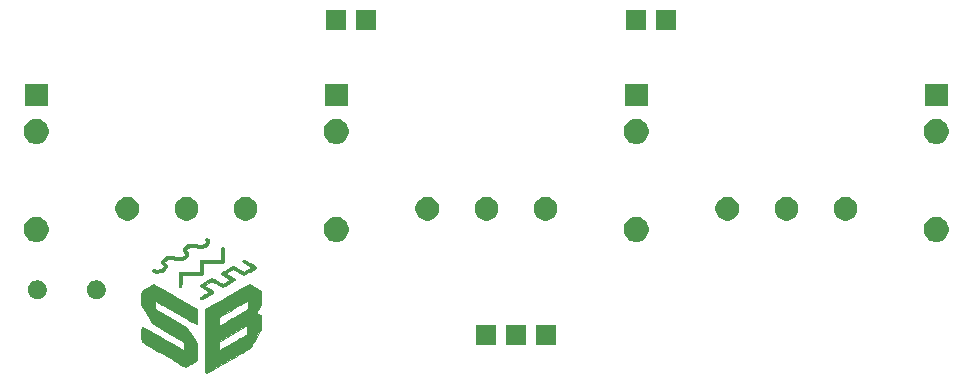
<source format=gbr>
G04 #@! TF.GenerationSoftware,KiCad,Pcbnew,(5.0.2)-1*
G04 #@! TF.CreationDate,2019-05-02T00:13:42-05:00*
G04 #@! TF.ProjectId,vcaControl,76636143-6f6e-4747-926f-6c2e6b696361,rev?*
G04 #@! TF.SameCoordinates,Original*
G04 #@! TF.FileFunction,Soldermask,Top*
G04 #@! TF.FilePolarity,Negative*
%FSLAX46Y46*%
G04 Gerber Fmt 4.6, Leading zero omitted, Abs format (unit mm)*
G04 Created by KiCad (PCBNEW (5.0.2)-1) date 5/2/2019 12:13:42 AM*
%MOMM*%
%LPD*%
G01*
G04 APERTURE LIST*
%ADD10C,0.010000*%
%ADD11C,0.100000*%
G04 APERTURE END LIST*
D10*
G04 #@! TO.C,G\002A\002A\002A*
G36*
X113549779Y-115042322D02*
X113560889Y-115048001D01*
X113652456Y-115122092D01*
X113705260Y-115224831D01*
X113715800Y-115303667D01*
X113695172Y-115426101D01*
X113631679Y-115536164D01*
X113522905Y-115636606D01*
X113366432Y-115730179D01*
X113322539Y-115751441D01*
X113213883Y-115797475D01*
X113116570Y-115825022D01*
X113006501Y-115839784D01*
X112928430Y-115844682D01*
X112813343Y-115848035D01*
X112728506Y-115842907D01*
X112653649Y-115826168D01*
X112568506Y-115794687D01*
X112547064Y-115785758D01*
X112443963Y-115746623D01*
X112359362Y-115728025D01*
X112267542Y-115725490D01*
X112217273Y-115728379D01*
X112053284Y-115757884D01*
X111899411Y-115818086D01*
X111772066Y-115901891D01*
X111735888Y-115936460D01*
X111673677Y-116003149D01*
X111793038Y-116112735D01*
X111859816Y-116177997D01*
X111895842Y-116228396D01*
X111910262Y-116280514D01*
X111912400Y-116329221D01*
X111889111Y-116466625D01*
X111818757Y-116588223D01*
X111700609Y-116694979D01*
X111582200Y-116764879D01*
X111362467Y-116850882D01*
X111144598Y-116887894D01*
X110931710Y-116875692D01*
X110751141Y-116824140D01*
X110644894Y-116786161D01*
X110556474Y-116768562D01*
X110459322Y-116767011D01*
X110416609Y-116769583D01*
X110248876Y-116799636D01*
X110092977Y-116860994D01*
X109964631Y-116946879D01*
X109931574Y-116978833D01*
X109868448Y-117046496D01*
X109974268Y-117134395D01*
X110071858Y-117239156D01*
X110118963Y-117348328D01*
X110115542Y-117460307D01*
X110061553Y-117573490D01*
X109987953Y-117658104D01*
X109846815Y-117765445D01*
X109678510Y-117848672D01*
X109495827Y-117904591D01*
X109311559Y-117930008D01*
X109138496Y-117921730D01*
X109035609Y-117895895D01*
X108963782Y-117865863D01*
X108908928Y-117835436D01*
X108902259Y-117830400D01*
X108868073Y-117773571D01*
X108872580Y-117706225D01*
X108913544Y-117647937D01*
X108923969Y-117640339D01*
X108967453Y-117617475D01*
X109009450Y-117616685D01*
X109071989Y-117638299D01*
X109082667Y-117642725D01*
X109208697Y-117671840D01*
X109356486Y-117669500D01*
X109510932Y-117639206D01*
X109656936Y-117584463D01*
X109779397Y-117508772D01*
X109820087Y-117471672D01*
X109892747Y-117395832D01*
X109786729Y-117307768D01*
X109688673Y-117203762D01*
X109641304Y-117096710D01*
X109644623Y-116986557D01*
X109698632Y-116873245D01*
X109803334Y-116756719D01*
X109807124Y-116753293D01*
X109969445Y-116637867D01*
X110158744Y-116560841D01*
X110379743Y-116520411D01*
X110426853Y-116516642D01*
X110539648Y-116511835D01*
X110624252Y-116517032D01*
X110702813Y-116535430D01*
X110797146Y-116570093D01*
X110943785Y-116616673D01*
X111077270Y-116636456D01*
X111094290Y-116636799D01*
X111238752Y-116619758D01*
X111387648Y-116573609D01*
X111521610Y-116505814D01*
X111606581Y-116439449D01*
X111657786Y-116386300D01*
X111676498Y-116355320D01*
X111666766Y-116333390D01*
X111644681Y-116316027D01*
X111527295Y-116215555D01*
X111458374Y-116117005D01*
X111439671Y-116059158D01*
X111443331Y-115945872D01*
X111493777Y-115833074D01*
X111587153Y-115725206D01*
X111719598Y-115626711D01*
X111887255Y-115542033D01*
X111889622Y-115541054D01*
X112021126Y-115502417D01*
X112173720Y-115481869D01*
X112331263Y-115479434D01*
X112477612Y-115495133D01*
X112596626Y-115528987D01*
X112619794Y-115540064D01*
X112765820Y-115590454D01*
X112929150Y-115599555D01*
X113099205Y-115568541D01*
X113265407Y-115498586D01*
X113325850Y-115461704D01*
X113414141Y-115391877D01*
X113453920Y-115332162D01*
X113446011Y-115280555D01*
X113413312Y-115248721D01*
X113369734Y-115191059D01*
X113364355Y-115118895D01*
X113398542Y-115052714D01*
X113400114Y-115051114D01*
X113441922Y-115018815D01*
X113485545Y-115016005D01*
X113549779Y-115042322D01*
X113549779Y-115042322D01*
G37*
X113549779Y-115042322D02*
X113560889Y-115048001D01*
X113652456Y-115122092D01*
X113705260Y-115224831D01*
X113715800Y-115303667D01*
X113695172Y-115426101D01*
X113631679Y-115536164D01*
X113522905Y-115636606D01*
X113366432Y-115730179D01*
X113322539Y-115751441D01*
X113213883Y-115797475D01*
X113116570Y-115825022D01*
X113006501Y-115839784D01*
X112928430Y-115844682D01*
X112813343Y-115848035D01*
X112728506Y-115842907D01*
X112653649Y-115826168D01*
X112568506Y-115794687D01*
X112547064Y-115785758D01*
X112443963Y-115746623D01*
X112359362Y-115728025D01*
X112267542Y-115725490D01*
X112217273Y-115728379D01*
X112053284Y-115757884D01*
X111899411Y-115818086D01*
X111772066Y-115901891D01*
X111735888Y-115936460D01*
X111673677Y-116003149D01*
X111793038Y-116112735D01*
X111859816Y-116177997D01*
X111895842Y-116228396D01*
X111910262Y-116280514D01*
X111912400Y-116329221D01*
X111889111Y-116466625D01*
X111818757Y-116588223D01*
X111700609Y-116694979D01*
X111582200Y-116764879D01*
X111362467Y-116850882D01*
X111144598Y-116887894D01*
X110931710Y-116875692D01*
X110751141Y-116824140D01*
X110644894Y-116786161D01*
X110556474Y-116768562D01*
X110459322Y-116767011D01*
X110416609Y-116769583D01*
X110248876Y-116799636D01*
X110092977Y-116860994D01*
X109964631Y-116946879D01*
X109931574Y-116978833D01*
X109868448Y-117046496D01*
X109974268Y-117134395D01*
X110071858Y-117239156D01*
X110118963Y-117348328D01*
X110115542Y-117460307D01*
X110061553Y-117573490D01*
X109987953Y-117658104D01*
X109846815Y-117765445D01*
X109678510Y-117848672D01*
X109495827Y-117904591D01*
X109311559Y-117930008D01*
X109138496Y-117921730D01*
X109035609Y-117895895D01*
X108963782Y-117865863D01*
X108908928Y-117835436D01*
X108902259Y-117830400D01*
X108868073Y-117773571D01*
X108872580Y-117706225D01*
X108913544Y-117647937D01*
X108923969Y-117640339D01*
X108967453Y-117617475D01*
X109009450Y-117616685D01*
X109071989Y-117638299D01*
X109082667Y-117642725D01*
X109208697Y-117671840D01*
X109356486Y-117669500D01*
X109510932Y-117639206D01*
X109656936Y-117584463D01*
X109779397Y-117508772D01*
X109820087Y-117471672D01*
X109892747Y-117395832D01*
X109786729Y-117307768D01*
X109688673Y-117203762D01*
X109641304Y-117096710D01*
X109644623Y-116986557D01*
X109698632Y-116873245D01*
X109803334Y-116756719D01*
X109807124Y-116753293D01*
X109969445Y-116637867D01*
X110158744Y-116560841D01*
X110379743Y-116520411D01*
X110426853Y-116516642D01*
X110539648Y-116511835D01*
X110624252Y-116517032D01*
X110702813Y-116535430D01*
X110797146Y-116570093D01*
X110943785Y-116616673D01*
X111077270Y-116636456D01*
X111094290Y-116636799D01*
X111238752Y-116619758D01*
X111387648Y-116573609D01*
X111521610Y-116505814D01*
X111606581Y-116439449D01*
X111657786Y-116386300D01*
X111676498Y-116355320D01*
X111666766Y-116333390D01*
X111644681Y-116316027D01*
X111527295Y-116215555D01*
X111458374Y-116117005D01*
X111439671Y-116059158D01*
X111443331Y-115945872D01*
X111493777Y-115833074D01*
X111587153Y-115725206D01*
X111719598Y-115626711D01*
X111887255Y-115542033D01*
X111889622Y-115541054D01*
X112021126Y-115502417D01*
X112173720Y-115481869D01*
X112331263Y-115479434D01*
X112477612Y-115495133D01*
X112596626Y-115528987D01*
X112619794Y-115540064D01*
X112765820Y-115590454D01*
X112929150Y-115599555D01*
X113099205Y-115568541D01*
X113265407Y-115498586D01*
X113325850Y-115461704D01*
X113414141Y-115391877D01*
X113453920Y-115332162D01*
X113446011Y-115280555D01*
X113413312Y-115248721D01*
X113369734Y-115191059D01*
X113364355Y-115118895D01*
X113398542Y-115052714D01*
X113400114Y-115051114D01*
X113441922Y-115018815D01*
X113485545Y-115016005D01*
X113549779Y-115042322D01*
G36*
X114866011Y-115801205D02*
X114898421Y-115812902D01*
X114922444Y-115839512D01*
X114939325Y-115886858D01*
X114950313Y-115960760D01*
X114956655Y-116067041D01*
X114959598Y-116211522D01*
X114960389Y-116400026D01*
X114960400Y-116435414D01*
X114960143Y-116618257D01*
X114958990Y-116757154D01*
X114956370Y-116858956D01*
X114951709Y-116930515D01*
X114944434Y-116978683D01*
X114933973Y-117010312D01*
X114919752Y-117032254D01*
X114909600Y-117043200D01*
X114893888Y-117056964D01*
X114873638Y-117067992D01*
X114843475Y-117076584D01*
X114798022Y-117083044D01*
X114731904Y-117087675D01*
X114639743Y-117090779D01*
X114516165Y-117092661D01*
X114355793Y-117093621D01*
X114153251Y-117093964D01*
X114007900Y-117094000D01*
X113157000Y-117094000D01*
X113157000Y-117571520D01*
X113155763Y-117761148D01*
X113151913Y-117903522D01*
X113145241Y-118002131D01*
X113135537Y-118060464D01*
X113126520Y-118079520D01*
X113102966Y-118088362D01*
X113049430Y-118095511D01*
X112962410Y-118101085D01*
X112838408Y-118105202D01*
X112673923Y-118107982D01*
X112465456Y-118109541D01*
X112224820Y-118110000D01*
X111353600Y-118110000D01*
X111353600Y-118600220D01*
X111352414Y-118792092D01*
X111348719Y-118936755D01*
X111342308Y-119037747D01*
X111332974Y-119098606D01*
X111323120Y-119120920D01*
X111266835Y-119148339D01*
X111198241Y-119147676D01*
X111141097Y-119121176D01*
X111125893Y-119102269D01*
X111116980Y-119060097D01*
X111109899Y-118976619D01*
X111104649Y-118861294D01*
X111101231Y-118723583D01*
X111099644Y-118572946D01*
X111099889Y-118418844D01*
X111101965Y-118270737D01*
X111105873Y-118138085D01*
X111111613Y-118030349D01*
X111119184Y-117956988D01*
X111125893Y-117930530D01*
X111134893Y-117917392D01*
X111149779Y-117906830D01*
X111175693Y-117898562D01*
X111217777Y-117892308D01*
X111281172Y-117887789D01*
X111371019Y-117884724D01*
X111492459Y-117882833D01*
X111650634Y-117881836D01*
X111850686Y-117881453D01*
X112027593Y-117881400D01*
X112903000Y-117881400D01*
X112903000Y-117409830D01*
X112904418Y-117242693D01*
X112908430Y-117099458D01*
X112914668Y-116987400D01*
X112922764Y-116913793D01*
X112929293Y-116889130D01*
X112938293Y-116875992D01*
X112953179Y-116865430D01*
X112979093Y-116857162D01*
X113021177Y-116850908D01*
X113084572Y-116846389D01*
X113174419Y-116843324D01*
X113295859Y-116841433D01*
X113454034Y-116840436D01*
X113654086Y-116840053D01*
X113830993Y-116840000D01*
X114706400Y-116840000D01*
X114706400Y-116349779D01*
X114707002Y-116168766D01*
X114709697Y-116032296D01*
X114715819Y-115934119D01*
X114726701Y-115867984D01*
X114743676Y-115827642D01*
X114768077Y-115806841D01*
X114801238Y-115799330D01*
X114823965Y-115798599D01*
X114866011Y-115801205D01*
X114866011Y-115801205D01*
G37*
X114866011Y-115801205D02*
X114898421Y-115812902D01*
X114922444Y-115839512D01*
X114939325Y-115886858D01*
X114950313Y-115960760D01*
X114956655Y-116067041D01*
X114959598Y-116211522D01*
X114960389Y-116400026D01*
X114960400Y-116435414D01*
X114960143Y-116618257D01*
X114958990Y-116757154D01*
X114956370Y-116858956D01*
X114951709Y-116930515D01*
X114944434Y-116978683D01*
X114933973Y-117010312D01*
X114919752Y-117032254D01*
X114909600Y-117043200D01*
X114893888Y-117056964D01*
X114873638Y-117067992D01*
X114843475Y-117076584D01*
X114798022Y-117083044D01*
X114731904Y-117087675D01*
X114639743Y-117090779D01*
X114516165Y-117092661D01*
X114355793Y-117093621D01*
X114153251Y-117093964D01*
X114007900Y-117094000D01*
X113157000Y-117094000D01*
X113157000Y-117571520D01*
X113155763Y-117761148D01*
X113151913Y-117903522D01*
X113145241Y-118002131D01*
X113135537Y-118060464D01*
X113126520Y-118079520D01*
X113102966Y-118088362D01*
X113049430Y-118095511D01*
X112962410Y-118101085D01*
X112838408Y-118105202D01*
X112673923Y-118107982D01*
X112465456Y-118109541D01*
X112224820Y-118110000D01*
X111353600Y-118110000D01*
X111353600Y-118600220D01*
X111352414Y-118792092D01*
X111348719Y-118936755D01*
X111342308Y-119037747D01*
X111332974Y-119098606D01*
X111323120Y-119120920D01*
X111266835Y-119148339D01*
X111198241Y-119147676D01*
X111141097Y-119121176D01*
X111125893Y-119102269D01*
X111116980Y-119060097D01*
X111109899Y-118976619D01*
X111104649Y-118861294D01*
X111101231Y-118723583D01*
X111099644Y-118572946D01*
X111099889Y-118418844D01*
X111101965Y-118270737D01*
X111105873Y-118138085D01*
X111111613Y-118030349D01*
X111119184Y-117956988D01*
X111125893Y-117930530D01*
X111134893Y-117917392D01*
X111149779Y-117906830D01*
X111175693Y-117898562D01*
X111217777Y-117892308D01*
X111281172Y-117887789D01*
X111371019Y-117884724D01*
X111492459Y-117882833D01*
X111650634Y-117881836D01*
X111850686Y-117881453D01*
X112027593Y-117881400D01*
X112903000Y-117881400D01*
X112903000Y-117409830D01*
X112904418Y-117242693D01*
X112908430Y-117099458D01*
X112914668Y-116987400D01*
X112922764Y-116913793D01*
X112929293Y-116889130D01*
X112938293Y-116875992D01*
X112953179Y-116865430D01*
X112979093Y-116857162D01*
X113021177Y-116850908D01*
X113084572Y-116846389D01*
X113174419Y-116843324D01*
X113295859Y-116841433D01*
X113454034Y-116840436D01*
X113654086Y-116840053D01*
X113830993Y-116840000D01*
X114706400Y-116840000D01*
X114706400Y-116349779D01*
X114707002Y-116168766D01*
X114709697Y-116032296D01*
X114715819Y-115934119D01*
X114726701Y-115867984D01*
X114743676Y-115827642D01*
X114768077Y-115806841D01*
X114801238Y-115799330D01*
X114823965Y-115798599D01*
X114866011Y-115801205D01*
G36*
X116665050Y-116852460D02*
X116737650Y-116886735D01*
X116837187Y-116938168D01*
X116955455Y-117002098D01*
X117084242Y-117073868D01*
X117215341Y-117148820D01*
X117340542Y-117222295D01*
X117451637Y-117289635D01*
X117540415Y-117346181D01*
X117598668Y-117387275D01*
X117611683Y-117398439D01*
X117642159Y-117434430D01*
X117653602Y-117469451D01*
X117642194Y-117507206D01*
X117604121Y-117551400D01*
X117535566Y-117605739D01*
X117432713Y-117673928D01*
X117291746Y-117759672D01*
X117160052Y-117836950D01*
X117018041Y-117918112D01*
X116888035Y-117989677D01*
X116777353Y-118047834D01*
X116693309Y-118088774D01*
X116643222Y-118108689D01*
X116635566Y-118110000D01*
X116596969Y-118097809D01*
X116522385Y-118063874D01*
X116419647Y-118012146D01*
X116296590Y-117946576D01*
X116161047Y-117871118D01*
X116153076Y-117866583D01*
X115725731Y-117623166D01*
X115412915Y-117805602D01*
X115300861Y-117871072D01*
X115205818Y-117926831D01*
X115135748Y-117968189D01*
X115098614Y-117990457D01*
X115094801Y-117992934D01*
X115113787Y-118006609D01*
X115169708Y-118041389D01*
X115255489Y-118093005D01*
X115364056Y-118157188D01*
X115456607Y-118211254D01*
X115603604Y-118298342D01*
X115710698Y-118366635D01*
X115783025Y-118420833D01*
X115825721Y-118465639D01*
X115843920Y-118505755D01*
X115842760Y-118545883D01*
X115838653Y-118561043D01*
X115813179Y-118586521D01*
X115750973Y-118631623D01*
X115659920Y-118691687D01*
X115547908Y-118762051D01*
X115422823Y-118838053D01*
X115292551Y-118915030D01*
X115164979Y-118988321D01*
X115047993Y-119053265D01*
X114949479Y-119105198D01*
X114877325Y-119139460D01*
X114839970Y-119151400D01*
X114803831Y-119139266D01*
X114731514Y-119105493D01*
X114630727Y-119054023D01*
X114509180Y-118988800D01*
X114374583Y-118913766D01*
X114368128Y-118910100D01*
X114235646Y-118835180D01*
X114118612Y-118769735D01*
X114024043Y-118717627D01*
X113958958Y-118682721D01*
X113930376Y-118668881D01*
X113929874Y-118668800D01*
X113904149Y-118680893D01*
X113842820Y-118714125D01*
X113754098Y-118763926D01*
X113646195Y-118825726D01*
X113602452Y-118851066D01*
X113288783Y-119033333D01*
X113661041Y-119251407D01*
X113796832Y-119331340D01*
X113894820Y-119390834D01*
X113961163Y-119434901D01*
X114002023Y-119468558D01*
X114023559Y-119496817D01*
X114031930Y-119524692D01*
X114033300Y-119554429D01*
X114031958Y-119583218D01*
X114024283Y-119608770D01*
X114004800Y-119635283D01*
X113968034Y-119666953D01*
X113908510Y-119707978D01*
X113820753Y-119762554D01*
X113699289Y-119834879D01*
X113563400Y-119914647D01*
X113421370Y-119996437D01*
X113291280Y-120068697D01*
X113180436Y-120127581D01*
X113096140Y-120169245D01*
X113045699Y-120189842D01*
X113037790Y-120191359D01*
X112981204Y-120172923D01*
X112944444Y-120139066D01*
X112922488Y-120096304D01*
X112922631Y-120055052D01*
X112949235Y-120010731D01*
X113006663Y-119958762D01*
X113099281Y-119894567D01*
X113231451Y-119813567D01*
X113284295Y-119782484D01*
X113402707Y-119712767D01*
X113505797Y-119651074D01*
X113585448Y-119602339D01*
X113633543Y-119571498D01*
X113643459Y-119564100D01*
X113629563Y-119545297D01*
X113578138Y-119506172D01*
X113495941Y-119451288D01*
X113389732Y-119385211D01*
X113298128Y-119330903D01*
X113155361Y-119246636D01*
X113051807Y-119181473D01*
X112981936Y-119130460D01*
X112940220Y-119088645D01*
X112921128Y-119051072D01*
X112919133Y-119012788D01*
X112922300Y-118994190D01*
X112945736Y-118970661D01*
X113005795Y-118926947D01*
X113094776Y-118867680D01*
X113204977Y-118797495D01*
X113328699Y-118721027D01*
X113458241Y-118642910D01*
X113585901Y-118567778D01*
X113703979Y-118500265D01*
X113804775Y-118445007D01*
X113880587Y-118406637D01*
X113923715Y-118389790D01*
X113927260Y-118389400D01*
X113959511Y-118401451D01*
X114028299Y-118435006D01*
X114126172Y-118486161D01*
X114245675Y-118551016D01*
X114379353Y-118625668D01*
X114388237Y-118630700D01*
X114521792Y-118705701D01*
X114640803Y-118771202D01*
X114738028Y-118823326D01*
X114806226Y-118858194D01*
X114838154Y-118871929D01*
X114838881Y-118872000D01*
X114868369Y-118859903D01*
X114931831Y-118827230D01*
X115019598Y-118779407D01*
X115122004Y-118721862D01*
X115229380Y-118660021D01*
X115332060Y-118599310D01*
X115413898Y-118549225D01*
X115434414Y-118534477D01*
X115441382Y-118519415D01*
X115429594Y-118499779D01*
X115393839Y-118471311D01*
X115328906Y-118429751D01*
X115229587Y-118370841D01*
X115112903Y-118303173D01*
X114989763Y-118230245D01*
X114881613Y-118162919D01*
X114796485Y-118106454D01*
X114742414Y-118066108D01*
X114727705Y-118050982D01*
X114714273Y-117990571D01*
X114718695Y-117958874D01*
X114743549Y-117934452D01*
X114804888Y-117889725D01*
X114894978Y-117829388D01*
X115006082Y-117758138D01*
X115130464Y-117680669D01*
X115260389Y-117601678D01*
X115388121Y-117525861D01*
X115505923Y-117457913D01*
X115606061Y-117402530D01*
X115680798Y-117364408D01*
X115722398Y-117348244D01*
X115725041Y-117347999D01*
X115755309Y-117360118D01*
X115822311Y-117393905D01*
X115918857Y-117445506D01*
X116037758Y-117511067D01*
X116171825Y-117586736D01*
X116192934Y-117598797D01*
X116631157Y-117849594D01*
X116932385Y-117675125D01*
X117042684Y-117610147D01*
X117135836Y-117553192D01*
X117203601Y-117509459D01*
X117237736Y-117484145D01*
X117240145Y-117481064D01*
X117221675Y-117462188D01*
X117166456Y-117423351D01*
X117082034Y-117369465D01*
X116975954Y-117305443D01*
X116922687Y-117274361D01*
X116804164Y-117205051D01*
X116698710Y-117141787D01*
X116615518Y-117090201D01*
X116563783Y-117055930D01*
X116554250Y-117048588D01*
X116513812Y-116987180D01*
X116513645Y-116921781D01*
X116548315Y-116867842D01*
X116612388Y-116840817D01*
X116627598Y-116839999D01*
X116665050Y-116852460D01*
X116665050Y-116852460D01*
G37*
X116665050Y-116852460D02*
X116737650Y-116886735D01*
X116837187Y-116938168D01*
X116955455Y-117002098D01*
X117084242Y-117073868D01*
X117215341Y-117148820D01*
X117340542Y-117222295D01*
X117451637Y-117289635D01*
X117540415Y-117346181D01*
X117598668Y-117387275D01*
X117611683Y-117398439D01*
X117642159Y-117434430D01*
X117653602Y-117469451D01*
X117642194Y-117507206D01*
X117604121Y-117551400D01*
X117535566Y-117605739D01*
X117432713Y-117673928D01*
X117291746Y-117759672D01*
X117160052Y-117836950D01*
X117018041Y-117918112D01*
X116888035Y-117989677D01*
X116777353Y-118047834D01*
X116693309Y-118088774D01*
X116643222Y-118108689D01*
X116635566Y-118110000D01*
X116596969Y-118097809D01*
X116522385Y-118063874D01*
X116419647Y-118012146D01*
X116296590Y-117946576D01*
X116161047Y-117871118D01*
X116153076Y-117866583D01*
X115725731Y-117623166D01*
X115412915Y-117805602D01*
X115300861Y-117871072D01*
X115205818Y-117926831D01*
X115135748Y-117968189D01*
X115098614Y-117990457D01*
X115094801Y-117992934D01*
X115113787Y-118006609D01*
X115169708Y-118041389D01*
X115255489Y-118093005D01*
X115364056Y-118157188D01*
X115456607Y-118211254D01*
X115603604Y-118298342D01*
X115710698Y-118366635D01*
X115783025Y-118420833D01*
X115825721Y-118465639D01*
X115843920Y-118505755D01*
X115842760Y-118545883D01*
X115838653Y-118561043D01*
X115813179Y-118586521D01*
X115750973Y-118631623D01*
X115659920Y-118691687D01*
X115547908Y-118762051D01*
X115422823Y-118838053D01*
X115292551Y-118915030D01*
X115164979Y-118988321D01*
X115047993Y-119053265D01*
X114949479Y-119105198D01*
X114877325Y-119139460D01*
X114839970Y-119151400D01*
X114803831Y-119139266D01*
X114731514Y-119105493D01*
X114630727Y-119054023D01*
X114509180Y-118988800D01*
X114374583Y-118913766D01*
X114368128Y-118910100D01*
X114235646Y-118835180D01*
X114118612Y-118769735D01*
X114024043Y-118717627D01*
X113958958Y-118682721D01*
X113930376Y-118668881D01*
X113929874Y-118668800D01*
X113904149Y-118680893D01*
X113842820Y-118714125D01*
X113754098Y-118763926D01*
X113646195Y-118825726D01*
X113602452Y-118851066D01*
X113288783Y-119033333D01*
X113661041Y-119251407D01*
X113796832Y-119331340D01*
X113894820Y-119390834D01*
X113961163Y-119434901D01*
X114002023Y-119468558D01*
X114023559Y-119496817D01*
X114031930Y-119524692D01*
X114033300Y-119554429D01*
X114031958Y-119583218D01*
X114024283Y-119608770D01*
X114004800Y-119635283D01*
X113968034Y-119666953D01*
X113908510Y-119707978D01*
X113820753Y-119762554D01*
X113699289Y-119834879D01*
X113563400Y-119914647D01*
X113421370Y-119996437D01*
X113291280Y-120068697D01*
X113180436Y-120127581D01*
X113096140Y-120169245D01*
X113045699Y-120189842D01*
X113037790Y-120191359D01*
X112981204Y-120172923D01*
X112944444Y-120139066D01*
X112922488Y-120096304D01*
X112922631Y-120055052D01*
X112949235Y-120010731D01*
X113006663Y-119958762D01*
X113099281Y-119894567D01*
X113231451Y-119813567D01*
X113284295Y-119782484D01*
X113402707Y-119712767D01*
X113505797Y-119651074D01*
X113585448Y-119602339D01*
X113633543Y-119571498D01*
X113643459Y-119564100D01*
X113629563Y-119545297D01*
X113578138Y-119506172D01*
X113495941Y-119451288D01*
X113389732Y-119385211D01*
X113298128Y-119330903D01*
X113155361Y-119246636D01*
X113051807Y-119181473D01*
X112981936Y-119130460D01*
X112940220Y-119088645D01*
X112921128Y-119051072D01*
X112919133Y-119012788D01*
X112922300Y-118994190D01*
X112945736Y-118970661D01*
X113005795Y-118926947D01*
X113094776Y-118867680D01*
X113204977Y-118797495D01*
X113328699Y-118721027D01*
X113458241Y-118642910D01*
X113585901Y-118567778D01*
X113703979Y-118500265D01*
X113804775Y-118445007D01*
X113880587Y-118406637D01*
X113923715Y-118389790D01*
X113927260Y-118389400D01*
X113959511Y-118401451D01*
X114028299Y-118435006D01*
X114126172Y-118486161D01*
X114245675Y-118551016D01*
X114379353Y-118625668D01*
X114388237Y-118630700D01*
X114521792Y-118705701D01*
X114640803Y-118771202D01*
X114738028Y-118823326D01*
X114806226Y-118858194D01*
X114838154Y-118871929D01*
X114838881Y-118872000D01*
X114868369Y-118859903D01*
X114931831Y-118827230D01*
X115019598Y-118779407D01*
X115122004Y-118721862D01*
X115229380Y-118660021D01*
X115332060Y-118599310D01*
X115413898Y-118549225D01*
X115434414Y-118534477D01*
X115441382Y-118519415D01*
X115429594Y-118499779D01*
X115393839Y-118471311D01*
X115328906Y-118429751D01*
X115229587Y-118370841D01*
X115112903Y-118303173D01*
X114989763Y-118230245D01*
X114881613Y-118162919D01*
X114796485Y-118106454D01*
X114742414Y-118066108D01*
X114727705Y-118050982D01*
X114714273Y-117990571D01*
X114718695Y-117958874D01*
X114743549Y-117934452D01*
X114804888Y-117889725D01*
X114894978Y-117829388D01*
X115006082Y-117758138D01*
X115130464Y-117680669D01*
X115260389Y-117601678D01*
X115388121Y-117525861D01*
X115505923Y-117457913D01*
X115606061Y-117402530D01*
X115680798Y-117364408D01*
X115722398Y-117348244D01*
X115725041Y-117347999D01*
X115755309Y-117360118D01*
X115822311Y-117393905D01*
X115918857Y-117445506D01*
X116037758Y-117511067D01*
X116171825Y-117586736D01*
X116192934Y-117598797D01*
X116631157Y-117849594D01*
X116932385Y-117675125D01*
X117042684Y-117610147D01*
X117135836Y-117553192D01*
X117203601Y-117509459D01*
X117237736Y-117484145D01*
X117240145Y-117481064D01*
X117221675Y-117462188D01*
X117166456Y-117423351D01*
X117082034Y-117369465D01*
X116975954Y-117305443D01*
X116922687Y-117274361D01*
X116804164Y-117205051D01*
X116698710Y-117141787D01*
X116615518Y-117090201D01*
X116563783Y-117055930D01*
X116554250Y-117048588D01*
X116513812Y-116987180D01*
X116513645Y-116921781D01*
X116548315Y-116867842D01*
X116612388Y-116840817D01*
X116627598Y-116839999D01*
X116665050Y-116852460D01*
G36*
X109022294Y-118936345D02*
X109098029Y-118973847D01*
X109213387Y-119034855D01*
X109366302Y-119118217D01*
X109554710Y-119222779D01*
X109776543Y-119347391D01*
X110029736Y-119490900D01*
X110312224Y-119652153D01*
X110621941Y-119829998D01*
X110871000Y-119973661D01*
X112687100Y-121023121D01*
X112687100Y-122236276D01*
X112622408Y-122259027D01*
X112606233Y-122261094D01*
X112581983Y-122256983D01*
X112546683Y-122245081D01*
X112497356Y-122223775D01*
X112431026Y-122191451D01*
X112344716Y-122146496D01*
X112235451Y-122087297D01*
X112100253Y-122012240D01*
X111936147Y-121919712D01*
X111740156Y-121808099D01*
X111509304Y-121675789D01*
X111240615Y-121521168D01*
X110931111Y-121342623D01*
X110920608Y-121336559D01*
X110654007Y-121182593D01*
X110398698Y-121035075D01*
X110158331Y-120896117D01*
X109936552Y-120767832D01*
X109737009Y-120652332D01*
X109563350Y-120551728D01*
X109419224Y-120468134D01*
X109308277Y-120403662D01*
X109234159Y-120360424D01*
X109200950Y-120340798D01*
X109118400Y-120290256D01*
X109119776Y-121043700D01*
X110444819Y-121806241D01*
X111769863Y-122568782D01*
X112234831Y-123239642D01*
X112699800Y-123910502D01*
X112699800Y-124613114D01*
X112699557Y-124822016D01*
X112698598Y-124985950D01*
X112696571Y-125110747D01*
X112693127Y-125202239D01*
X112687917Y-125266257D01*
X112680590Y-125308631D01*
X112670798Y-125335193D01*
X112658190Y-125351773D01*
X112655350Y-125354361D01*
X112614933Y-125383009D01*
X112540777Y-125429631D01*
X112440915Y-125489667D01*
X112323379Y-125558555D01*
X112196202Y-125631736D01*
X112067416Y-125704647D01*
X111945053Y-125772728D01*
X111837147Y-125831418D01*
X111751728Y-125876156D01*
X111696831Y-125902381D01*
X111681471Y-125907344D01*
X111654454Y-125894842D01*
X111586816Y-125858731D01*
X111481877Y-125800893D01*
X111342960Y-125723212D01*
X111173383Y-125627567D01*
X110976470Y-125515842D01*
X110755539Y-125389919D01*
X110513913Y-125251679D01*
X110254912Y-125103003D01*
X109981856Y-124945775D01*
X109829600Y-124857902D01*
X109465255Y-124647051D01*
X109144033Y-124460283D01*
X108864724Y-124296869D01*
X108626119Y-124156084D01*
X108427012Y-124037200D01*
X108266191Y-123939492D01*
X108142450Y-123862232D01*
X108054580Y-123804693D01*
X108001372Y-123766150D01*
X107982124Y-123747107D01*
X107972786Y-123703410D01*
X107965066Y-123618692D01*
X107959049Y-123502712D01*
X107954817Y-123365225D01*
X107952454Y-123215989D01*
X107952044Y-123064761D01*
X107953670Y-122921297D01*
X107957415Y-122795354D01*
X107963363Y-122696689D01*
X107971597Y-122635059D01*
X107972580Y-122631200D01*
X107980860Y-122604266D01*
X107991512Y-122582714D01*
X108007386Y-122567918D01*
X108031334Y-122561253D01*
X108066206Y-122564093D01*
X108114855Y-122577813D01*
X108180131Y-122603786D01*
X108264886Y-122643388D01*
X108371971Y-122697992D01*
X108504237Y-122768973D01*
X108664536Y-122857706D01*
X108855718Y-122965565D01*
X109080636Y-123093923D01*
X109342140Y-123244157D01*
X109643082Y-123417639D01*
X109840583Y-123531624D01*
X110109733Y-123686908D01*
X110365992Y-123834603D01*
X110605978Y-123972771D01*
X110826313Y-124099472D01*
X111023616Y-124212768D01*
X111194506Y-124310720D01*
X111335604Y-124391389D01*
X111443530Y-124452835D01*
X111514904Y-124493120D01*
X111546344Y-124510305D01*
X111547539Y-124510800D01*
X111550831Y-124486892D01*
X111552748Y-124421109D01*
X111553202Y-124322358D01*
X111552108Y-124199547D01*
X111551129Y-124140991D01*
X111544100Y-123771183D01*
X110216718Y-123004341D01*
X108889337Y-122237500D01*
X108426018Y-121437400D01*
X107962700Y-120637300D01*
X107955758Y-120103900D01*
X107954143Y-119906288D01*
X107955229Y-119754243D01*
X107959235Y-119642592D01*
X107966384Y-119566163D01*
X107976897Y-119519782D01*
X107981158Y-119510160D01*
X108014368Y-119476835D01*
X108084369Y-119425017D01*
X108182831Y-119359557D01*
X108301426Y-119285308D01*
X108431826Y-119207121D01*
X108565702Y-119129847D01*
X108694726Y-119058338D01*
X108810569Y-118997445D01*
X108904904Y-118952021D01*
X108969401Y-118926916D01*
X108988249Y-118923500D01*
X109022294Y-118936345D01*
X109022294Y-118936345D01*
G37*
X109022294Y-118936345D02*
X109098029Y-118973847D01*
X109213387Y-119034855D01*
X109366302Y-119118217D01*
X109554710Y-119222779D01*
X109776543Y-119347391D01*
X110029736Y-119490900D01*
X110312224Y-119652153D01*
X110621941Y-119829998D01*
X110871000Y-119973661D01*
X112687100Y-121023121D01*
X112687100Y-122236276D01*
X112622408Y-122259027D01*
X112606233Y-122261094D01*
X112581983Y-122256983D01*
X112546683Y-122245081D01*
X112497356Y-122223775D01*
X112431026Y-122191451D01*
X112344716Y-122146496D01*
X112235451Y-122087297D01*
X112100253Y-122012240D01*
X111936147Y-121919712D01*
X111740156Y-121808099D01*
X111509304Y-121675789D01*
X111240615Y-121521168D01*
X110931111Y-121342623D01*
X110920608Y-121336559D01*
X110654007Y-121182593D01*
X110398698Y-121035075D01*
X110158331Y-120896117D01*
X109936552Y-120767832D01*
X109737009Y-120652332D01*
X109563350Y-120551728D01*
X109419224Y-120468134D01*
X109308277Y-120403662D01*
X109234159Y-120360424D01*
X109200950Y-120340798D01*
X109118400Y-120290256D01*
X109119776Y-121043700D01*
X110444819Y-121806241D01*
X111769863Y-122568782D01*
X112234831Y-123239642D01*
X112699800Y-123910502D01*
X112699800Y-124613114D01*
X112699557Y-124822016D01*
X112698598Y-124985950D01*
X112696571Y-125110747D01*
X112693127Y-125202239D01*
X112687917Y-125266257D01*
X112680590Y-125308631D01*
X112670798Y-125335193D01*
X112658190Y-125351773D01*
X112655350Y-125354361D01*
X112614933Y-125383009D01*
X112540777Y-125429631D01*
X112440915Y-125489667D01*
X112323379Y-125558555D01*
X112196202Y-125631736D01*
X112067416Y-125704647D01*
X111945053Y-125772728D01*
X111837147Y-125831418D01*
X111751728Y-125876156D01*
X111696831Y-125902381D01*
X111681471Y-125907344D01*
X111654454Y-125894842D01*
X111586816Y-125858731D01*
X111481877Y-125800893D01*
X111342960Y-125723212D01*
X111173383Y-125627567D01*
X110976470Y-125515842D01*
X110755539Y-125389919D01*
X110513913Y-125251679D01*
X110254912Y-125103003D01*
X109981856Y-124945775D01*
X109829600Y-124857902D01*
X109465255Y-124647051D01*
X109144033Y-124460283D01*
X108864724Y-124296869D01*
X108626119Y-124156084D01*
X108427012Y-124037200D01*
X108266191Y-123939492D01*
X108142450Y-123862232D01*
X108054580Y-123804693D01*
X108001372Y-123766150D01*
X107982124Y-123747107D01*
X107972786Y-123703410D01*
X107965066Y-123618692D01*
X107959049Y-123502712D01*
X107954817Y-123365225D01*
X107952454Y-123215989D01*
X107952044Y-123064761D01*
X107953670Y-122921297D01*
X107957415Y-122795354D01*
X107963363Y-122696689D01*
X107971597Y-122635059D01*
X107972580Y-122631200D01*
X107980860Y-122604266D01*
X107991512Y-122582714D01*
X108007386Y-122567918D01*
X108031334Y-122561253D01*
X108066206Y-122564093D01*
X108114855Y-122577813D01*
X108180131Y-122603786D01*
X108264886Y-122643388D01*
X108371971Y-122697992D01*
X108504237Y-122768973D01*
X108664536Y-122857706D01*
X108855718Y-122965565D01*
X109080636Y-123093923D01*
X109342140Y-123244157D01*
X109643082Y-123417639D01*
X109840583Y-123531624D01*
X110109733Y-123686908D01*
X110365992Y-123834603D01*
X110605978Y-123972771D01*
X110826313Y-124099472D01*
X111023616Y-124212768D01*
X111194506Y-124310720D01*
X111335604Y-124391389D01*
X111443530Y-124452835D01*
X111514904Y-124493120D01*
X111546344Y-124510305D01*
X111547539Y-124510800D01*
X111550831Y-124486892D01*
X111552748Y-124421109D01*
X111553202Y-124322358D01*
X111552108Y-124199547D01*
X111551129Y-124140991D01*
X111544100Y-123771183D01*
X110216718Y-123004341D01*
X108889337Y-122237500D01*
X108426018Y-121437400D01*
X107962700Y-120637300D01*
X107955758Y-120103900D01*
X107954143Y-119906288D01*
X107955229Y-119754243D01*
X107959235Y-119642592D01*
X107966384Y-119566163D01*
X107976897Y-119519782D01*
X107981158Y-119510160D01*
X108014368Y-119476835D01*
X108084369Y-119425017D01*
X108182831Y-119359557D01*
X108301426Y-119285308D01*
X108431826Y-119207121D01*
X108565702Y-119129847D01*
X108694726Y-119058338D01*
X108810569Y-118997445D01*
X108904904Y-118952021D01*
X108969401Y-118926916D01*
X108988249Y-118923500D01*
X109022294Y-118936345D01*
G36*
X117111778Y-118935028D02*
X117184319Y-118968635D01*
X117283855Y-119019001D01*
X117402064Y-119081510D01*
X117530620Y-119151542D01*
X117661201Y-119224479D01*
X117785481Y-119295703D01*
X117895136Y-119360596D01*
X117981843Y-119414540D01*
X118037277Y-119452915D01*
X118049788Y-119463860D01*
X118061088Y-119501159D01*
X118071621Y-119586698D01*
X118081189Y-119717920D01*
X118089594Y-119892266D01*
X118094991Y-120048955D01*
X118111506Y-120603610D01*
X117906634Y-120961288D01*
X117826672Y-121103397D01*
X117771723Y-121207524D01*
X117739566Y-121278569D01*
X117727977Y-121321432D01*
X117734431Y-121340815D01*
X117771935Y-121363786D01*
X117839324Y-121403311D01*
X117922243Y-121450973D01*
X117925022Y-121452555D01*
X118012438Y-121506043D01*
X118063971Y-121549515D01*
X118090226Y-121593436D01*
X118098058Y-121623273D01*
X118102340Y-121673245D01*
X118105338Y-121764704D01*
X118106938Y-121888352D01*
X118107028Y-122034889D01*
X118105494Y-122195017D01*
X118105236Y-122212100D01*
X118097300Y-122720100D01*
X117655401Y-123482100D01*
X117549699Y-123663319D01*
X117449971Y-123832305D01*
X117359556Y-123983550D01*
X117281796Y-124111542D01*
X117220030Y-124210773D01*
X117177599Y-124275732D01*
X117160101Y-124299038D01*
X117127612Y-124322617D01*
X117055509Y-124368477D01*
X116947803Y-124434313D01*
X116808508Y-124517820D01*
X116641636Y-124616694D01*
X116451200Y-124728630D01*
X116241212Y-124851323D01*
X116015686Y-124982468D01*
X115778634Y-125119760D01*
X115534069Y-125260894D01*
X115286003Y-125403567D01*
X115038449Y-125545472D01*
X114795420Y-125684306D01*
X114560929Y-125817762D01*
X114338988Y-125943538D01*
X114133610Y-126059327D01*
X113948808Y-126162824D01*
X113788594Y-126251726D01*
X113656981Y-126323727D01*
X113557982Y-126376523D01*
X113495609Y-126407808D01*
X113474789Y-126415800D01*
X113416369Y-126401523D01*
X113388592Y-126381305D01*
X113383672Y-126360134D01*
X113379360Y-126308021D01*
X113375641Y-126223160D01*
X113372500Y-126103749D01*
X113369924Y-125947982D01*
X113367896Y-125754056D01*
X113366403Y-125520166D01*
X113365428Y-125244508D01*
X113364958Y-124925279D01*
X113364978Y-124560673D01*
X113365472Y-124148887D01*
X113366237Y-123779200D01*
X114503200Y-123779200D01*
X114503200Y-124145000D01*
X114503895Y-124274745D01*
X114505807Y-124384242D01*
X114508675Y-124464529D01*
X114512238Y-124506645D01*
X114513837Y-124510800D01*
X114537203Y-124498465D01*
X114600489Y-124463006D01*
X114699644Y-124406740D01*
X114830619Y-124331987D01*
X114989365Y-124241063D01*
X115171830Y-124136287D01*
X115373966Y-124019977D01*
X115591721Y-123894451D01*
X115713638Y-123824079D01*
X115938603Y-123694013D01*
X116150396Y-123571266D01*
X116344916Y-123458235D01*
X116518065Y-123357316D01*
X116665741Y-123270907D01*
X116783845Y-123201404D01*
X116868276Y-123151203D01*
X116914934Y-123122701D01*
X116922924Y-123117235D01*
X116929687Y-123085823D01*
X116934463Y-123013363D01*
X116936917Y-122909576D01*
X116936715Y-122784189D01*
X116935973Y-122737981D01*
X116928900Y-122378850D01*
X114503200Y-123779200D01*
X113366237Y-123779200D01*
X113366426Y-123688117D01*
X113366432Y-123685588D01*
X113371250Y-121702861D01*
X114503200Y-121702861D01*
X114503200Y-122065430D01*
X114504279Y-122194562D01*
X114507248Y-122303405D01*
X114511699Y-122382960D01*
X114517225Y-122424227D01*
X114519583Y-122428000D01*
X114544055Y-122415680D01*
X114608460Y-122380258D01*
X114708744Y-122324038D01*
X114840849Y-122249323D01*
X115000721Y-122158417D01*
X115184303Y-122053626D01*
X115387539Y-121937252D01*
X115606373Y-121811599D01*
X115738026Y-121735850D01*
X116940085Y-121043700D01*
X116940842Y-120667610D01*
X116941600Y-120291520D01*
X116833650Y-120356153D01*
X116790617Y-120381441D01*
X116708272Y-120429377D01*
X116591315Y-120497241D01*
X116444446Y-120582310D01*
X116272365Y-120681866D01*
X116079772Y-120793188D01*
X115871367Y-120913554D01*
X115651851Y-121040246D01*
X115614450Y-121061823D01*
X114503200Y-121702861D01*
X113371250Y-121702861D01*
X113372900Y-121024365D01*
X114249200Y-120518103D01*
X114482513Y-120383320D01*
X114747544Y-120230228D01*
X115032016Y-120065917D01*
X115323654Y-119897478D01*
X115610180Y-119732001D01*
X115879319Y-119576577D01*
X116068528Y-119467320D01*
X116279532Y-119346318D01*
X116475038Y-119235830D01*
X116650627Y-119138246D01*
X116801881Y-119055959D01*
X116924381Y-118991360D01*
X117013709Y-118946840D01*
X117065446Y-118924792D01*
X117074558Y-118922800D01*
X117111778Y-118935028D01*
X117111778Y-118935028D01*
G37*
X117111778Y-118935028D02*
X117184319Y-118968635D01*
X117283855Y-119019001D01*
X117402064Y-119081510D01*
X117530620Y-119151542D01*
X117661201Y-119224479D01*
X117785481Y-119295703D01*
X117895136Y-119360596D01*
X117981843Y-119414540D01*
X118037277Y-119452915D01*
X118049788Y-119463860D01*
X118061088Y-119501159D01*
X118071621Y-119586698D01*
X118081189Y-119717920D01*
X118089594Y-119892266D01*
X118094991Y-120048955D01*
X118111506Y-120603610D01*
X117906634Y-120961288D01*
X117826672Y-121103397D01*
X117771723Y-121207524D01*
X117739566Y-121278569D01*
X117727977Y-121321432D01*
X117734431Y-121340815D01*
X117771935Y-121363786D01*
X117839324Y-121403311D01*
X117922243Y-121450973D01*
X117925022Y-121452555D01*
X118012438Y-121506043D01*
X118063971Y-121549515D01*
X118090226Y-121593436D01*
X118098058Y-121623273D01*
X118102340Y-121673245D01*
X118105338Y-121764704D01*
X118106938Y-121888352D01*
X118107028Y-122034889D01*
X118105494Y-122195017D01*
X118105236Y-122212100D01*
X118097300Y-122720100D01*
X117655401Y-123482100D01*
X117549699Y-123663319D01*
X117449971Y-123832305D01*
X117359556Y-123983550D01*
X117281796Y-124111542D01*
X117220030Y-124210773D01*
X117177599Y-124275732D01*
X117160101Y-124299038D01*
X117127612Y-124322617D01*
X117055509Y-124368477D01*
X116947803Y-124434313D01*
X116808508Y-124517820D01*
X116641636Y-124616694D01*
X116451200Y-124728630D01*
X116241212Y-124851323D01*
X116015686Y-124982468D01*
X115778634Y-125119760D01*
X115534069Y-125260894D01*
X115286003Y-125403567D01*
X115038449Y-125545472D01*
X114795420Y-125684306D01*
X114560929Y-125817762D01*
X114338988Y-125943538D01*
X114133610Y-126059327D01*
X113948808Y-126162824D01*
X113788594Y-126251726D01*
X113656981Y-126323727D01*
X113557982Y-126376523D01*
X113495609Y-126407808D01*
X113474789Y-126415800D01*
X113416369Y-126401523D01*
X113388592Y-126381305D01*
X113383672Y-126360134D01*
X113379360Y-126308021D01*
X113375641Y-126223160D01*
X113372500Y-126103749D01*
X113369924Y-125947982D01*
X113367896Y-125754056D01*
X113366403Y-125520166D01*
X113365428Y-125244508D01*
X113364958Y-124925279D01*
X113364978Y-124560673D01*
X113365472Y-124148887D01*
X113366237Y-123779200D01*
X114503200Y-123779200D01*
X114503200Y-124145000D01*
X114503895Y-124274745D01*
X114505807Y-124384242D01*
X114508675Y-124464529D01*
X114512238Y-124506645D01*
X114513837Y-124510800D01*
X114537203Y-124498465D01*
X114600489Y-124463006D01*
X114699644Y-124406740D01*
X114830619Y-124331987D01*
X114989365Y-124241063D01*
X115171830Y-124136287D01*
X115373966Y-124019977D01*
X115591721Y-123894451D01*
X115713638Y-123824079D01*
X115938603Y-123694013D01*
X116150396Y-123571266D01*
X116344916Y-123458235D01*
X116518065Y-123357316D01*
X116665741Y-123270907D01*
X116783845Y-123201404D01*
X116868276Y-123151203D01*
X116914934Y-123122701D01*
X116922924Y-123117235D01*
X116929687Y-123085823D01*
X116934463Y-123013363D01*
X116936917Y-122909576D01*
X116936715Y-122784189D01*
X116935973Y-122737981D01*
X116928900Y-122378850D01*
X114503200Y-123779200D01*
X113366237Y-123779200D01*
X113366426Y-123688117D01*
X113366432Y-123685588D01*
X113371250Y-121702861D01*
X114503200Y-121702861D01*
X114503200Y-122065430D01*
X114504279Y-122194562D01*
X114507248Y-122303405D01*
X114511699Y-122382960D01*
X114517225Y-122424227D01*
X114519583Y-122428000D01*
X114544055Y-122415680D01*
X114608460Y-122380258D01*
X114708744Y-122324038D01*
X114840849Y-122249323D01*
X115000721Y-122158417D01*
X115184303Y-122053626D01*
X115387539Y-121937252D01*
X115606373Y-121811599D01*
X115738026Y-121735850D01*
X116940085Y-121043700D01*
X116940842Y-120667610D01*
X116941600Y-120291520D01*
X116833650Y-120356153D01*
X116790617Y-120381441D01*
X116708272Y-120429377D01*
X116591315Y-120497241D01*
X116444446Y-120582310D01*
X116272365Y-120681866D01*
X116079772Y-120793188D01*
X115871367Y-120913554D01*
X115651851Y-121040246D01*
X115614450Y-121061823D01*
X114503200Y-121702861D01*
X113371250Y-121702861D01*
X113372900Y-121024365D01*
X114249200Y-120518103D01*
X114482513Y-120383320D01*
X114747544Y-120230228D01*
X115032016Y-120065917D01*
X115323654Y-119897478D01*
X115610180Y-119732001D01*
X115879319Y-119576577D01*
X116068528Y-119467320D01*
X116279532Y-119346318D01*
X116475038Y-119235830D01*
X116650627Y-119138246D01*
X116801881Y-119055959D01*
X116924381Y-118991360D01*
X117013709Y-118946840D01*
X117065446Y-118924792D01*
X117074558Y-118922800D01*
X117111778Y-118935028D01*
D11*
G36*
X138010000Y-124040000D02*
X136310000Y-124040000D01*
X136310000Y-122340000D01*
X138010000Y-122340000D01*
X138010000Y-124040000D01*
X138010000Y-124040000D01*
G37*
G36*
X143090000Y-124040000D02*
X141390000Y-124040000D01*
X141390000Y-122340000D01*
X143090000Y-122340000D01*
X143090000Y-124040000D01*
X143090000Y-124040000D01*
G37*
G36*
X140550000Y-124040000D02*
X138850000Y-124040000D01*
X138850000Y-122340000D01*
X140550000Y-122340000D01*
X140550000Y-124040000D01*
X140550000Y-124040000D01*
G37*
G36*
X99373352Y-118610743D02*
X99518941Y-118671048D01*
X99649973Y-118758601D01*
X99761399Y-118870027D01*
X99848952Y-119001059D01*
X99909257Y-119146648D01*
X99940000Y-119301205D01*
X99940000Y-119458795D01*
X99909257Y-119613352D01*
X99848952Y-119758941D01*
X99761399Y-119889973D01*
X99649973Y-120001399D01*
X99518941Y-120088952D01*
X99373352Y-120149257D01*
X99218795Y-120180000D01*
X99061205Y-120180000D01*
X98906648Y-120149257D01*
X98761059Y-120088952D01*
X98630027Y-120001399D01*
X98518601Y-119889973D01*
X98431048Y-119758941D01*
X98370743Y-119613352D01*
X98340000Y-119458795D01*
X98340000Y-119301205D01*
X98370743Y-119146648D01*
X98431048Y-119001059D01*
X98518601Y-118870027D01*
X98630027Y-118758601D01*
X98761059Y-118671048D01*
X98906648Y-118610743D01*
X99061205Y-118580000D01*
X99218795Y-118580000D01*
X99373352Y-118610743D01*
X99373352Y-118610743D01*
G37*
G36*
X104373352Y-118610743D02*
X104518941Y-118671048D01*
X104649973Y-118758601D01*
X104761399Y-118870027D01*
X104848952Y-119001059D01*
X104909257Y-119146648D01*
X104940000Y-119301205D01*
X104940000Y-119458795D01*
X104909257Y-119613352D01*
X104848952Y-119758941D01*
X104761399Y-119889973D01*
X104649973Y-120001399D01*
X104518941Y-120088952D01*
X104373352Y-120149257D01*
X104218795Y-120180000D01*
X104061205Y-120180000D01*
X103906648Y-120149257D01*
X103761059Y-120088952D01*
X103630027Y-120001399D01*
X103518601Y-119889973D01*
X103431048Y-119758941D01*
X103370743Y-119613352D01*
X103340000Y-119458795D01*
X103340000Y-119301205D01*
X103370743Y-119146648D01*
X103431048Y-119001059D01*
X103518601Y-118870027D01*
X103630027Y-118758601D01*
X103761059Y-118671048D01*
X103906648Y-118610743D01*
X104061205Y-118580000D01*
X104218795Y-118580000D01*
X104373352Y-118610743D01*
X104373352Y-118610743D01*
G37*
G36*
X175447195Y-113221371D02*
X175570649Y-113245927D01*
X175764467Y-113326209D01*
X175938111Y-113442235D01*
X175938901Y-113442763D01*
X176087237Y-113591099D01*
X176087239Y-113591102D01*
X176203791Y-113765533D01*
X176284073Y-113959351D01*
X176325000Y-114165107D01*
X176325000Y-114374893D01*
X176284073Y-114580649D01*
X176203791Y-114774467D01*
X176087765Y-114948111D01*
X176087237Y-114948901D01*
X175938901Y-115097237D01*
X175938898Y-115097239D01*
X175764467Y-115213791D01*
X175570649Y-115294073D01*
X175447195Y-115318629D01*
X175364895Y-115335000D01*
X175155105Y-115335000D01*
X175072805Y-115318629D01*
X174949351Y-115294073D01*
X174755533Y-115213791D01*
X174581102Y-115097239D01*
X174581099Y-115097237D01*
X174432763Y-114948901D01*
X174432235Y-114948111D01*
X174316209Y-114774467D01*
X174235927Y-114580649D01*
X174195000Y-114374893D01*
X174195000Y-114165107D01*
X174235927Y-113959351D01*
X174316209Y-113765533D01*
X174432761Y-113591102D01*
X174432763Y-113591099D01*
X174581099Y-113442763D01*
X174581889Y-113442235D01*
X174755533Y-113326209D01*
X174949351Y-113245927D01*
X175072805Y-113221371D01*
X175155105Y-113205000D01*
X175364895Y-113205000D01*
X175447195Y-113221371D01*
X175447195Y-113221371D01*
G37*
G36*
X99247195Y-113221371D02*
X99370649Y-113245927D01*
X99564467Y-113326209D01*
X99738111Y-113442235D01*
X99738901Y-113442763D01*
X99887237Y-113591099D01*
X99887239Y-113591102D01*
X100003791Y-113765533D01*
X100084073Y-113959351D01*
X100125000Y-114165107D01*
X100125000Y-114374893D01*
X100084073Y-114580649D01*
X100003791Y-114774467D01*
X99887765Y-114948111D01*
X99887237Y-114948901D01*
X99738901Y-115097237D01*
X99738898Y-115097239D01*
X99564467Y-115213791D01*
X99370649Y-115294073D01*
X99247195Y-115318629D01*
X99164895Y-115335000D01*
X98955105Y-115335000D01*
X98872805Y-115318629D01*
X98749351Y-115294073D01*
X98555533Y-115213791D01*
X98381102Y-115097239D01*
X98381099Y-115097237D01*
X98232763Y-114948901D01*
X98232235Y-114948111D01*
X98116209Y-114774467D01*
X98035927Y-114580649D01*
X97995000Y-114374893D01*
X97995000Y-114165107D01*
X98035927Y-113959351D01*
X98116209Y-113765533D01*
X98232761Y-113591102D01*
X98232763Y-113591099D01*
X98381099Y-113442763D01*
X98381889Y-113442235D01*
X98555533Y-113326209D01*
X98749351Y-113245927D01*
X98872805Y-113221371D01*
X98955105Y-113205000D01*
X99164895Y-113205000D01*
X99247195Y-113221371D01*
X99247195Y-113221371D01*
G37*
G36*
X150047195Y-113221371D02*
X150170649Y-113245927D01*
X150364467Y-113326209D01*
X150538111Y-113442235D01*
X150538901Y-113442763D01*
X150687237Y-113591099D01*
X150687239Y-113591102D01*
X150803791Y-113765533D01*
X150884073Y-113959351D01*
X150925000Y-114165107D01*
X150925000Y-114374893D01*
X150884073Y-114580649D01*
X150803791Y-114774467D01*
X150687765Y-114948111D01*
X150687237Y-114948901D01*
X150538901Y-115097237D01*
X150538898Y-115097239D01*
X150364467Y-115213791D01*
X150170649Y-115294073D01*
X150047195Y-115318629D01*
X149964895Y-115335000D01*
X149755105Y-115335000D01*
X149672805Y-115318629D01*
X149549351Y-115294073D01*
X149355533Y-115213791D01*
X149181102Y-115097239D01*
X149181099Y-115097237D01*
X149032763Y-114948901D01*
X149032235Y-114948111D01*
X148916209Y-114774467D01*
X148835927Y-114580649D01*
X148795000Y-114374893D01*
X148795000Y-114165107D01*
X148835927Y-113959351D01*
X148916209Y-113765533D01*
X149032761Y-113591102D01*
X149032763Y-113591099D01*
X149181099Y-113442763D01*
X149181889Y-113442235D01*
X149355533Y-113326209D01*
X149549351Y-113245927D01*
X149672805Y-113221371D01*
X149755105Y-113205000D01*
X149964895Y-113205000D01*
X150047195Y-113221371D01*
X150047195Y-113221371D01*
G37*
G36*
X124647195Y-113221371D02*
X124770649Y-113245927D01*
X124964467Y-113326209D01*
X125138111Y-113442235D01*
X125138901Y-113442763D01*
X125287237Y-113591099D01*
X125287239Y-113591102D01*
X125403791Y-113765533D01*
X125484073Y-113959351D01*
X125525000Y-114165107D01*
X125525000Y-114374893D01*
X125484073Y-114580649D01*
X125403791Y-114774467D01*
X125287765Y-114948111D01*
X125287237Y-114948901D01*
X125138901Y-115097237D01*
X125138898Y-115097239D01*
X124964467Y-115213791D01*
X124770649Y-115294073D01*
X124647195Y-115318629D01*
X124564895Y-115335000D01*
X124355105Y-115335000D01*
X124272805Y-115318629D01*
X124149351Y-115294073D01*
X123955533Y-115213791D01*
X123781102Y-115097239D01*
X123781099Y-115097237D01*
X123632763Y-114948901D01*
X123632235Y-114948111D01*
X123516209Y-114774467D01*
X123435927Y-114580649D01*
X123395000Y-114374893D01*
X123395000Y-114165107D01*
X123435927Y-113959351D01*
X123516209Y-113765533D01*
X123632761Y-113591102D01*
X123632763Y-113591099D01*
X123781099Y-113442763D01*
X123781889Y-113442235D01*
X123955533Y-113326209D01*
X124149351Y-113245927D01*
X124272805Y-113221371D01*
X124355105Y-113205000D01*
X124564895Y-113205000D01*
X124647195Y-113221371D01*
X124647195Y-113221371D01*
G37*
G36*
X112051538Y-111558919D02*
X112233437Y-111634264D01*
X112397141Y-111743648D01*
X112536352Y-111882859D01*
X112645736Y-112046563D01*
X112721081Y-112228462D01*
X112759490Y-112421557D01*
X112759490Y-112618443D01*
X112721081Y-112811538D01*
X112645736Y-112993437D01*
X112536352Y-113157141D01*
X112397141Y-113296352D01*
X112233437Y-113405736D01*
X112051538Y-113481081D01*
X111858443Y-113519490D01*
X111661557Y-113519490D01*
X111468462Y-113481081D01*
X111286563Y-113405736D01*
X111122859Y-113296352D01*
X110983648Y-113157141D01*
X110874264Y-112993437D01*
X110798919Y-112811538D01*
X110760510Y-112618443D01*
X110760510Y-112421557D01*
X110798919Y-112228462D01*
X110874264Y-112046563D01*
X110983648Y-111882859D01*
X111122859Y-111743648D01*
X111286563Y-111634264D01*
X111468462Y-111558919D01*
X111661557Y-111520510D01*
X111858443Y-111520510D01*
X112051538Y-111558919D01*
X112051538Y-111558919D01*
G37*
G36*
X142451538Y-111558919D02*
X142633437Y-111634264D01*
X142797141Y-111743648D01*
X142936352Y-111882859D01*
X143045736Y-112046563D01*
X143121081Y-112228462D01*
X143159490Y-112421557D01*
X143159490Y-112618443D01*
X143121081Y-112811538D01*
X143045736Y-112993437D01*
X142936352Y-113157141D01*
X142797141Y-113296352D01*
X142633437Y-113405736D01*
X142451538Y-113481081D01*
X142258443Y-113519490D01*
X142061557Y-113519490D01*
X141868462Y-113481081D01*
X141686563Y-113405736D01*
X141522859Y-113296352D01*
X141383648Y-113157141D01*
X141274264Y-112993437D01*
X141198919Y-112811538D01*
X141160510Y-112618443D01*
X141160510Y-112421557D01*
X141198919Y-112228462D01*
X141274264Y-112046563D01*
X141383648Y-111882859D01*
X141522859Y-111743648D01*
X141686563Y-111634264D01*
X141868462Y-111558919D01*
X142061557Y-111520510D01*
X142258443Y-111520510D01*
X142451538Y-111558919D01*
X142451538Y-111558919D01*
G37*
G36*
X132451538Y-111558919D02*
X132633437Y-111634264D01*
X132797141Y-111743648D01*
X132936352Y-111882859D01*
X133045736Y-112046563D01*
X133121081Y-112228462D01*
X133159490Y-112421557D01*
X133159490Y-112618443D01*
X133121081Y-112811538D01*
X133045736Y-112993437D01*
X132936352Y-113157141D01*
X132797141Y-113296352D01*
X132633437Y-113405736D01*
X132451538Y-113481081D01*
X132258443Y-113519490D01*
X132061557Y-113519490D01*
X131868462Y-113481081D01*
X131686563Y-113405736D01*
X131522859Y-113296352D01*
X131383648Y-113157141D01*
X131274264Y-112993437D01*
X131198919Y-112811538D01*
X131160510Y-112618443D01*
X131160510Y-112421557D01*
X131198919Y-112228462D01*
X131274264Y-112046563D01*
X131383648Y-111882859D01*
X131522859Y-111743648D01*
X131686563Y-111634264D01*
X131868462Y-111558919D01*
X132061557Y-111520510D01*
X132258443Y-111520510D01*
X132451538Y-111558919D01*
X132451538Y-111558919D01*
G37*
G36*
X107051538Y-111558919D02*
X107233437Y-111634264D01*
X107397141Y-111743648D01*
X107536352Y-111882859D01*
X107645736Y-112046563D01*
X107721081Y-112228462D01*
X107759490Y-112421557D01*
X107759490Y-112618443D01*
X107721081Y-112811538D01*
X107645736Y-112993437D01*
X107536352Y-113157141D01*
X107397141Y-113296352D01*
X107233437Y-113405736D01*
X107051538Y-113481081D01*
X106858443Y-113519490D01*
X106661557Y-113519490D01*
X106468462Y-113481081D01*
X106286563Y-113405736D01*
X106122859Y-113296352D01*
X105983648Y-113157141D01*
X105874264Y-112993437D01*
X105798919Y-112811538D01*
X105760510Y-112618443D01*
X105760510Y-112421557D01*
X105798919Y-112228462D01*
X105874264Y-112046563D01*
X105983648Y-111882859D01*
X106122859Y-111743648D01*
X106286563Y-111634264D01*
X106468462Y-111558919D01*
X106661557Y-111520510D01*
X106858443Y-111520510D01*
X107051538Y-111558919D01*
X107051538Y-111558919D01*
G37*
G36*
X167851538Y-111558919D02*
X168033437Y-111634264D01*
X168197141Y-111743648D01*
X168336352Y-111882859D01*
X168445736Y-112046563D01*
X168521081Y-112228462D01*
X168559490Y-112421557D01*
X168559490Y-112618443D01*
X168521081Y-112811538D01*
X168445736Y-112993437D01*
X168336352Y-113157141D01*
X168197141Y-113296352D01*
X168033437Y-113405736D01*
X167851538Y-113481081D01*
X167658443Y-113519490D01*
X167461557Y-113519490D01*
X167268462Y-113481081D01*
X167086563Y-113405736D01*
X166922859Y-113296352D01*
X166783648Y-113157141D01*
X166674264Y-112993437D01*
X166598919Y-112811538D01*
X166560510Y-112618443D01*
X166560510Y-112421557D01*
X166598919Y-112228462D01*
X166674264Y-112046563D01*
X166783648Y-111882859D01*
X166922859Y-111743648D01*
X167086563Y-111634264D01*
X167268462Y-111558919D01*
X167461557Y-111520510D01*
X167658443Y-111520510D01*
X167851538Y-111558919D01*
X167851538Y-111558919D01*
G37*
G36*
X157851538Y-111558919D02*
X158033437Y-111634264D01*
X158197141Y-111743648D01*
X158336352Y-111882859D01*
X158445736Y-112046563D01*
X158521081Y-112228462D01*
X158559490Y-112421557D01*
X158559490Y-112618443D01*
X158521081Y-112811538D01*
X158445736Y-112993437D01*
X158336352Y-113157141D01*
X158197141Y-113296352D01*
X158033437Y-113405736D01*
X157851538Y-113481081D01*
X157658443Y-113519490D01*
X157461557Y-113519490D01*
X157268462Y-113481081D01*
X157086563Y-113405736D01*
X156922859Y-113296352D01*
X156783648Y-113157141D01*
X156674264Y-112993437D01*
X156598919Y-112811538D01*
X156560510Y-112618443D01*
X156560510Y-112421557D01*
X156598919Y-112228462D01*
X156674264Y-112046563D01*
X156783648Y-111882859D01*
X156922859Y-111743648D01*
X157086563Y-111634264D01*
X157268462Y-111558919D01*
X157461557Y-111520510D01*
X157658443Y-111520510D01*
X157851538Y-111558919D01*
X157851538Y-111558919D01*
G37*
G36*
X117051538Y-111558919D02*
X117233437Y-111634264D01*
X117397141Y-111743648D01*
X117536352Y-111882859D01*
X117645736Y-112046563D01*
X117721081Y-112228462D01*
X117759490Y-112421557D01*
X117759490Y-112618443D01*
X117721081Y-112811538D01*
X117645736Y-112993437D01*
X117536352Y-113157141D01*
X117397141Y-113296352D01*
X117233437Y-113405736D01*
X117051538Y-113481081D01*
X116858443Y-113519490D01*
X116661557Y-113519490D01*
X116468462Y-113481081D01*
X116286563Y-113405736D01*
X116122859Y-113296352D01*
X115983648Y-113157141D01*
X115874264Y-112993437D01*
X115798919Y-112811538D01*
X115760510Y-112618443D01*
X115760510Y-112421557D01*
X115798919Y-112228462D01*
X115874264Y-112046563D01*
X115983648Y-111882859D01*
X116122859Y-111743648D01*
X116286563Y-111634264D01*
X116468462Y-111558919D01*
X116661557Y-111520510D01*
X116858443Y-111520510D01*
X117051538Y-111558919D01*
X117051538Y-111558919D01*
G37*
G36*
X137451538Y-111558919D02*
X137633437Y-111634264D01*
X137797141Y-111743648D01*
X137936352Y-111882859D01*
X138045736Y-112046563D01*
X138121081Y-112228462D01*
X138159490Y-112421557D01*
X138159490Y-112618443D01*
X138121081Y-112811538D01*
X138045736Y-112993437D01*
X137936352Y-113157141D01*
X137797141Y-113296352D01*
X137633437Y-113405736D01*
X137451538Y-113481081D01*
X137258443Y-113519490D01*
X137061557Y-113519490D01*
X136868462Y-113481081D01*
X136686563Y-113405736D01*
X136522859Y-113296352D01*
X136383648Y-113157141D01*
X136274264Y-112993437D01*
X136198919Y-112811538D01*
X136160510Y-112618443D01*
X136160510Y-112421557D01*
X136198919Y-112228462D01*
X136274264Y-112046563D01*
X136383648Y-111882859D01*
X136522859Y-111743648D01*
X136686563Y-111634264D01*
X136868462Y-111558919D01*
X137061557Y-111520510D01*
X137258443Y-111520510D01*
X137451538Y-111558919D01*
X137451538Y-111558919D01*
G37*
G36*
X162851538Y-111558919D02*
X163033437Y-111634264D01*
X163197141Y-111743648D01*
X163336352Y-111882859D01*
X163445736Y-112046563D01*
X163521081Y-112228462D01*
X163559490Y-112421557D01*
X163559490Y-112618443D01*
X163521081Y-112811538D01*
X163445736Y-112993437D01*
X163336352Y-113157141D01*
X163197141Y-113296352D01*
X163033437Y-113405736D01*
X162851538Y-113481081D01*
X162658443Y-113519490D01*
X162461557Y-113519490D01*
X162268462Y-113481081D01*
X162086563Y-113405736D01*
X161922859Y-113296352D01*
X161783648Y-113157141D01*
X161674264Y-112993437D01*
X161598919Y-112811538D01*
X161560510Y-112618443D01*
X161560510Y-112421557D01*
X161598919Y-112228462D01*
X161674264Y-112046563D01*
X161783648Y-111882859D01*
X161922859Y-111743648D01*
X162086563Y-111634264D01*
X162268462Y-111558919D01*
X162461557Y-111520510D01*
X162658443Y-111520510D01*
X162851538Y-111558919D01*
X162851538Y-111558919D01*
G37*
G36*
X124647195Y-104921371D02*
X124770649Y-104945927D01*
X124964467Y-105026209D01*
X125138111Y-105142235D01*
X125138901Y-105142763D01*
X125287237Y-105291099D01*
X125287239Y-105291102D01*
X125403791Y-105465533D01*
X125484073Y-105659351D01*
X125525000Y-105865107D01*
X125525000Y-106074893D01*
X125484073Y-106280649D01*
X125403791Y-106474467D01*
X125287765Y-106648111D01*
X125287237Y-106648901D01*
X125138901Y-106797237D01*
X125138898Y-106797239D01*
X124964467Y-106913791D01*
X124770649Y-106994073D01*
X124647195Y-107018629D01*
X124564895Y-107035000D01*
X124355105Y-107035000D01*
X124272805Y-107018629D01*
X124149351Y-106994073D01*
X123955533Y-106913791D01*
X123781102Y-106797239D01*
X123781099Y-106797237D01*
X123632763Y-106648901D01*
X123632235Y-106648111D01*
X123516209Y-106474467D01*
X123435927Y-106280649D01*
X123395000Y-106074893D01*
X123395000Y-105865107D01*
X123435927Y-105659351D01*
X123516209Y-105465533D01*
X123632761Y-105291102D01*
X123632763Y-105291099D01*
X123781099Y-105142763D01*
X123781889Y-105142235D01*
X123955533Y-105026209D01*
X124149351Y-104945927D01*
X124272805Y-104921371D01*
X124355105Y-104905000D01*
X124564895Y-104905000D01*
X124647195Y-104921371D01*
X124647195Y-104921371D01*
G37*
G36*
X150047195Y-104921371D02*
X150170649Y-104945927D01*
X150364467Y-105026209D01*
X150538111Y-105142235D01*
X150538901Y-105142763D01*
X150687237Y-105291099D01*
X150687239Y-105291102D01*
X150803791Y-105465533D01*
X150884073Y-105659351D01*
X150925000Y-105865107D01*
X150925000Y-106074893D01*
X150884073Y-106280649D01*
X150803791Y-106474467D01*
X150687765Y-106648111D01*
X150687237Y-106648901D01*
X150538901Y-106797237D01*
X150538898Y-106797239D01*
X150364467Y-106913791D01*
X150170649Y-106994073D01*
X150047195Y-107018629D01*
X149964895Y-107035000D01*
X149755105Y-107035000D01*
X149672805Y-107018629D01*
X149549351Y-106994073D01*
X149355533Y-106913791D01*
X149181102Y-106797239D01*
X149181099Y-106797237D01*
X149032763Y-106648901D01*
X149032235Y-106648111D01*
X148916209Y-106474467D01*
X148835927Y-106280649D01*
X148795000Y-106074893D01*
X148795000Y-105865107D01*
X148835927Y-105659351D01*
X148916209Y-105465533D01*
X149032761Y-105291102D01*
X149032763Y-105291099D01*
X149181099Y-105142763D01*
X149181889Y-105142235D01*
X149355533Y-105026209D01*
X149549351Y-104945927D01*
X149672805Y-104921371D01*
X149755105Y-104905000D01*
X149964895Y-104905000D01*
X150047195Y-104921371D01*
X150047195Y-104921371D01*
G37*
G36*
X175447195Y-104921371D02*
X175570649Y-104945927D01*
X175764467Y-105026209D01*
X175938111Y-105142235D01*
X175938901Y-105142763D01*
X176087237Y-105291099D01*
X176087239Y-105291102D01*
X176203791Y-105465533D01*
X176284073Y-105659351D01*
X176325000Y-105865107D01*
X176325000Y-106074893D01*
X176284073Y-106280649D01*
X176203791Y-106474467D01*
X176087765Y-106648111D01*
X176087237Y-106648901D01*
X175938901Y-106797237D01*
X175938898Y-106797239D01*
X175764467Y-106913791D01*
X175570649Y-106994073D01*
X175447195Y-107018629D01*
X175364895Y-107035000D01*
X175155105Y-107035000D01*
X175072805Y-107018629D01*
X174949351Y-106994073D01*
X174755533Y-106913791D01*
X174581102Y-106797239D01*
X174581099Y-106797237D01*
X174432763Y-106648901D01*
X174432235Y-106648111D01*
X174316209Y-106474467D01*
X174235927Y-106280649D01*
X174195000Y-106074893D01*
X174195000Y-105865107D01*
X174235927Y-105659351D01*
X174316209Y-105465533D01*
X174432761Y-105291102D01*
X174432763Y-105291099D01*
X174581099Y-105142763D01*
X174581889Y-105142235D01*
X174755533Y-105026209D01*
X174949351Y-104945927D01*
X175072805Y-104921371D01*
X175155105Y-104905000D01*
X175364895Y-104905000D01*
X175447195Y-104921371D01*
X175447195Y-104921371D01*
G37*
G36*
X99247195Y-104921371D02*
X99370649Y-104945927D01*
X99564467Y-105026209D01*
X99738111Y-105142235D01*
X99738901Y-105142763D01*
X99887237Y-105291099D01*
X99887239Y-105291102D01*
X100003791Y-105465533D01*
X100084073Y-105659351D01*
X100125000Y-105865107D01*
X100125000Y-106074893D01*
X100084073Y-106280649D01*
X100003791Y-106474467D01*
X99887765Y-106648111D01*
X99887237Y-106648901D01*
X99738901Y-106797237D01*
X99738898Y-106797239D01*
X99564467Y-106913791D01*
X99370649Y-106994073D01*
X99247195Y-107018629D01*
X99164895Y-107035000D01*
X98955105Y-107035000D01*
X98872805Y-107018629D01*
X98749351Y-106994073D01*
X98555533Y-106913791D01*
X98381102Y-106797239D01*
X98381099Y-106797237D01*
X98232763Y-106648901D01*
X98232235Y-106648111D01*
X98116209Y-106474467D01*
X98035927Y-106280649D01*
X97995000Y-106074893D01*
X97995000Y-105865107D01*
X98035927Y-105659351D01*
X98116209Y-105465533D01*
X98232761Y-105291102D01*
X98232763Y-105291099D01*
X98381099Y-105142763D01*
X98381889Y-105142235D01*
X98555533Y-105026209D01*
X98749351Y-104945927D01*
X98872805Y-104921371D01*
X98955105Y-104905000D01*
X99164895Y-104905000D01*
X99247195Y-104921371D01*
X99247195Y-104921371D01*
G37*
G36*
X150825000Y-103785000D02*
X148895000Y-103785000D01*
X148895000Y-101955000D01*
X150825000Y-101955000D01*
X150825000Y-103785000D01*
X150825000Y-103785000D01*
G37*
G36*
X100025000Y-103785000D02*
X98095000Y-103785000D01*
X98095000Y-101955000D01*
X100025000Y-101955000D01*
X100025000Y-103785000D01*
X100025000Y-103785000D01*
G37*
G36*
X125425000Y-103785000D02*
X123495000Y-103785000D01*
X123495000Y-101955000D01*
X125425000Y-101955000D01*
X125425000Y-103785000D01*
X125425000Y-103785000D01*
G37*
G36*
X176225000Y-103785000D02*
X174295000Y-103785000D01*
X174295000Y-101955000D01*
X176225000Y-101955000D01*
X176225000Y-103785000D01*
X176225000Y-103785000D01*
G37*
G36*
X127850000Y-97370000D02*
X126150000Y-97370000D01*
X126150000Y-95670000D01*
X127850000Y-95670000D01*
X127850000Y-97370000D01*
X127850000Y-97370000D01*
G37*
G36*
X153250000Y-97370000D02*
X151550000Y-97370000D01*
X151550000Y-95670000D01*
X153250000Y-95670000D01*
X153250000Y-97370000D01*
X153250000Y-97370000D01*
G37*
G36*
X125310000Y-97370000D02*
X123610000Y-97370000D01*
X123610000Y-95670000D01*
X125310000Y-95670000D01*
X125310000Y-97370000D01*
X125310000Y-97370000D01*
G37*
G36*
X150710000Y-97370000D02*
X149010000Y-97370000D01*
X149010000Y-95670000D01*
X150710000Y-95670000D01*
X150710000Y-97370000D01*
X150710000Y-97370000D01*
G37*
M02*

</source>
